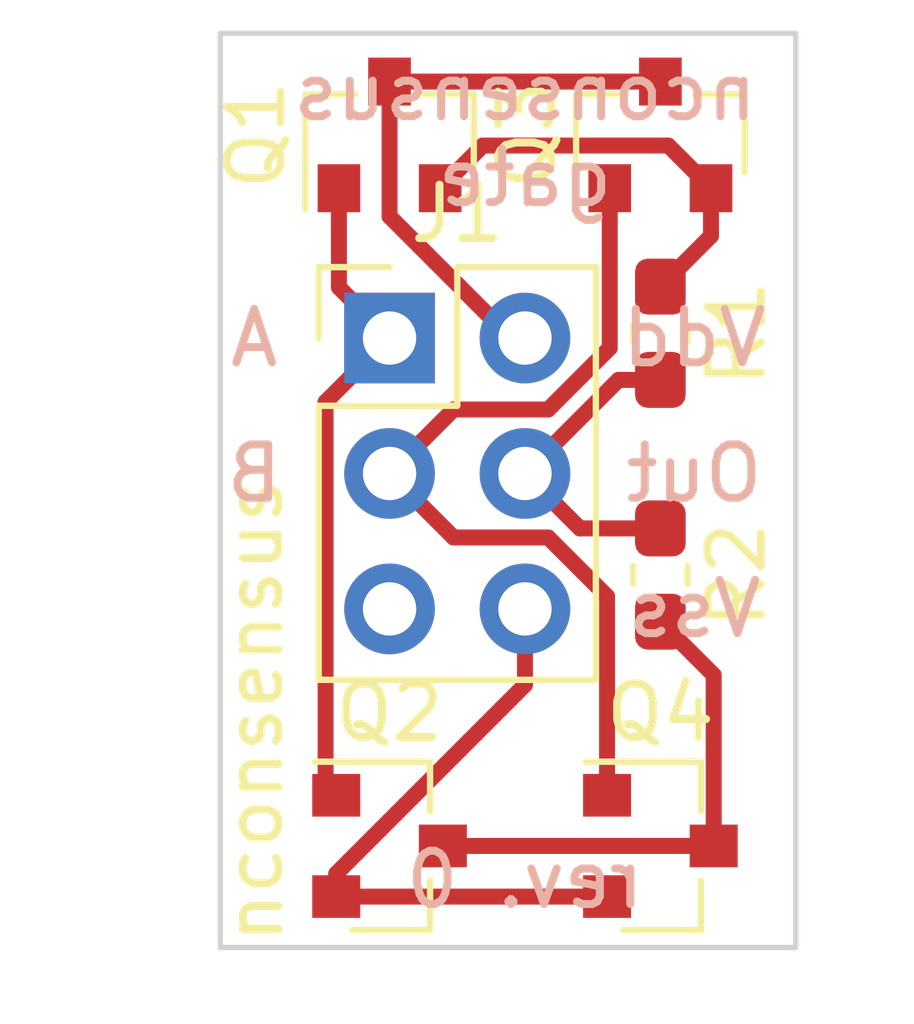
<source format=kicad_pcb>
(kicad_pcb (version 20171130) (host pcbnew 5.1.6)

  (general
    (thickness 1.6)
    (drawings 12)
    (tracks 33)
    (zones 0)
    (modules 7)
    (nets 9)
  )

  (page A4)
  (layers
    (0 F.Cu signal)
    (31 B.Cu signal)
    (32 B.Adhes user)
    (33 F.Adhes user)
    (34 B.Paste user)
    (35 F.Paste user)
    (36 B.SilkS user)
    (37 F.SilkS user)
    (38 B.Mask user)
    (39 F.Mask user)
    (40 Dwgs.User user)
    (41 Cmts.User user)
    (42 Eco1.User user)
    (43 Eco2.User user)
    (44 Edge.Cuts user)
    (45 Margin user)
    (46 B.CrtYd user)
    (47 F.CrtYd user)
    (48 B.Fab user)
    (49 F.Fab user)
  )

  (setup
    (last_trace_width 0.25)
    (user_trace_width 0.3)
    (trace_clearance 0.2)
    (zone_clearance 0.508)
    (zone_45_only no)
    (trace_min 0.2)
    (via_size 0.8)
    (via_drill 0.4)
    (via_min_size 0.4)
    (via_min_drill 0.3)
    (uvia_size 0.3)
    (uvia_drill 0.1)
    (uvias_allowed no)
    (uvia_min_size 0.2)
    (uvia_min_drill 0.1)
    (edge_width 0.05)
    (segment_width 0.2)
    (pcb_text_width 0.3)
    (pcb_text_size 1.5 1.5)
    (mod_edge_width 0.12)
    (mod_text_size 1 1)
    (mod_text_width 0.15)
    (pad_size 1.524 1.524)
    (pad_drill 0.762)
    (pad_to_mask_clearance 0.05)
    (aux_axis_origin 0 0)
    (visible_elements FFFFFF7F)
    (pcbplotparams
      (layerselection 0x010fc_ffffffff)
      (usegerberextensions false)
      (usegerberattributes true)
      (usegerberadvancedattributes true)
      (creategerberjobfile true)
      (excludeedgelayer true)
      (linewidth 0.100000)
      (plotframeref false)
      (viasonmask false)
      (mode 1)
      (useauxorigin false)
      (hpglpennumber 1)
      (hpglpenspeed 20)
      (hpglpendiameter 15.000000)
      (psnegative false)
      (psa4output false)
      (plotreference true)
      (plotvalue true)
      (plotinvisibletext false)
      (padsonsilk false)
      (subtractmaskfromsilk false)
      (outputformat 1)
      (mirror false)
      (drillshape 0)
      (scaleselection 1)
      (outputdirectory ""))
  )

  (net 0 "")
  (net 1 Vdd)
  (net 2 "Net-(Q1-Pad2)")
  (net 3 A)
  (net 4 "Net-(Q2-Pad3)")
  (net 5 Vss)
  (net 6 B)
  (net 7 Out)
  (net 8 "Net-(J1-Pad5)")

  (net_class Default "This is the default net class."
    (clearance 0.2)
    (trace_width 0.25)
    (via_dia 0.8)
    (via_drill 0.4)
    (uvia_dia 0.3)
    (uvia_drill 0.1)
    (add_net A)
    (add_net B)
    (add_net "Net-(J1-Pad5)")
    (add_net "Net-(Q1-Pad2)")
    (add_net "Net-(Q2-Pad3)")
    (add_net Out)
    (add_net Vdd)
    (add_net Vss)
  )

  (module Resistor_SMD:R_0603_1608Metric_Pad1.05x0.95mm_HandSolder (layer F.Cu) (tedit 5B301BBD) (tstamp 5FDEFBFB)
    (at 94.615 57.785 270)
    (descr "Resistor SMD 0603 (1608 Metric), square (rectangular) end terminal, IPC_7351 nominal with elongated pad for handsoldering. (Body size source: http://www.tortai-tech.com/upload/download/2011102023233369053.pdf), generated with kicad-footprint-generator")
    (tags "resistor handsolder")
    (path /5FE5A9BB)
    (attr smd)
    (fp_text reference R2 (at 0 -1.43 90) (layer F.SilkS)
      (effects (font (size 1 1) (thickness 0.15)))
    )
    (fp_text value 12k (at 0 1.43 90) (layer F.Fab)
      (effects (font (size 1 1) (thickness 0.15)))
    )
    (fp_line (start 1.65 0.73) (end -1.65 0.73) (layer F.CrtYd) (width 0.05))
    (fp_line (start 1.65 -0.73) (end 1.65 0.73) (layer F.CrtYd) (width 0.05))
    (fp_line (start -1.65 -0.73) (end 1.65 -0.73) (layer F.CrtYd) (width 0.05))
    (fp_line (start -1.65 0.73) (end -1.65 -0.73) (layer F.CrtYd) (width 0.05))
    (fp_line (start -0.171267 0.51) (end 0.171267 0.51) (layer F.SilkS) (width 0.12))
    (fp_line (start -0.171267 -0.51) (end 0.171267 -0.51) (layer F.SilkS) (width 0.12))
    (fp_line (start 0.8 0.4) (end -0.8 0.4) (layer F.Fab) (width 0.1))
    (fp_line (start 0.8 -0.4) (end 0.8 0.4) (layer F.Fab) (width 0.1))
    (fp_line (start -0.8 -0.4) (end 0.8 -0.4) (layer F.Fab) (width 0.1))
    (fp_line (start -0.8 0.4) (end -0.8 -0.4) (layer F.Fab) (width 0.1))
    (fp_text user %R (at 0 0 90) (layer F.Fab)
      (effects (font (size 0.4 0.4) (thickness 0.06)))
    )
    (pad 2 smd roundrect (at 0.875 0 270) (size 1.05 0.95) (layers F.Cu F.Paste F.Mask) (roundrect_rratio 0.25)
      (net 4 "Net-(Q2-Pad3)"))
    (pad 1 smd roundrect (at -0.875 0 270) (size 1.05 0.95) (layers F.Cu F.Paste F.Mask) (roundrect_rratio 0.25)
      (net 7 Out))
    (model ${KISYS3DMOD}/Resistor_SMD.3dshapes/R_0603_1608Metric.wrl
      (at (xyz 0 0 0))
      (scale (xyz 1 1 1))
      (rotate (xyz 0 0 0))
    )
  )

  (module Resistor_SMD:R_0603_1608Metric_Pad1.05x0.95mm_HandSolder (layer F.Cu) (tedit 5B301BBD) (tstamp 5FDEFBEA)
    (at 94.615 53.25 270)
    (descr "Resistor SMD 0603 (1608 Metric), square (rectangular) end terminal, IPC_7351 nominal with elongated pad for handsoldering. (Body size source: http://www.tortai-tech.com/upload/download/2011102023233369053.pdf), generated with kicad-footprint-generator")
    (tags "resistor handsolder")
    (path /5FE48DC7)
    (attr smd)
    (fp_text reference R1 (at 0 -1.43 90) (layer F.SilkS)
      (effects (font (size 1 1) (thickness 0.15)))
    )
    (fp_text value 12k (at 0 1.43 90) (layer F.Fab)
      (effects (font (size 1 1) (thickness 0.15)))
    )
    (fp_line (start 1.65 0.73) (end -1.65 0.73) (layer F.CrtYd) (width 0.05))
    (fp_line (start 1.65 -0.73) (end 1.65 0.73) (layer F.CrtYd) (width 0.05))
    (fp_line (start -1.65 -0.73) (end 1.65 -0.73) (layer F.CrtYd) (width 0.05))
    (fp_line (start -1.65 0.73) (end -1.65 -0.73) (layer F.CrtYd) (width 0.05))
    (fp_line (start -0.171267 0.51) (end 0.171267 0.51) (layer F.SilkS) (width 0.12))
    (fp_line (start -0.171267 -0.51) (end 0.171267 -0.51) (layer F.SilkS) (width 0.12))
    (fp_line (start 0.8 0.4) (end -0.8 0.4) (layer F.Fab) (width 0.1))
    (fp_line (start 0.8 -0.4) (end 0.8 0.4) (layer F.Fab) (width 0.1))
    (fp_line (start -0.8 -0.4) (end 0.8 -0.4) (layer F.Fab) (width 0.1))
    (fp_line (start -0.8 0.4) (end -0.8 -0.4) (layer F.Fab) (width 0.1))
    (fp_text user %R (at 0 0 90) (layer F.Fab)
      (effects (font (size 0.4 0.4) (thickness 0.06)))
    )
    (pad 2 smd roundrect (at 0.875 0 270) (size 1.05 0.95) (layers F.Cu F.Paste F.Mask) (roundrect_rratio 0.25)
      (net 7 Out))
    (pad 1 smd roundrect (at -0.875 0 270) (size 1.05 0.95) (layers F.Cu F.Paste F.Mask) (roundrect_rratio 0.25)
      (net 2 "Net-(Q1-Pad2)"))
    (model ${KISYS3DMOD}/Resistor_SMD.3dshapes/R_0603_1608Metric.wrl
      (at (xyz 0 0 0))
      (scale (xyz 1 1 1))
      (rotate (xyz 0 0 0))
    )
  )

  (module Package_TO_SOT_SMD:SOT-23 (layer F.Cu) (tedit 5A02FF57) (tstamp 5FDEFBD9)
    (at 94.615 62.865)
    (descr "SOT-23, Standard")
    (tags SOT-23)
    (path /5FE4277C)
    (attr smd)
    (fp_text reference Q4 (at 0 -2.5) (layer F.SilkS)
      (effects (font (size 1 1) (thickness 0.15)))
    )
    (fp_text value 2N7002 (at 0 2.5) (layer F.Fab)
      (effects (font (size 1 1) (thickness 0.15)))
    )
    (fp_line (start 0.76 1.58) (end -0.7 1.58) (layer F.SilkS) (width 0.12))
    (fp_line (start 0.76 -1.58) (end -1.4 -1.58) (layer F.SilkS) (width 0.12))
    (fp_line (start -1.7 1.75) (end -1.7 -1.75) (layer F.CrtYd) (width 0.05))
    (fp_line (start 1.7 1.75) (end -1.7 1.75) (layer F.CrtYd) (width 0.05))
    (fp_line (start 1.7 -1.75) (end 1.7 1.75) (layer F.CrtYd) (width 0.05))
    (fp_line (start -1.7 -1.75) (end 1.7 -1.75) (layer F.CrtYd) (width 0.05))
    (fp_line (start 0.76 -1.58) (end 0.76 -0.65) (layer F.SilkS) (width 0.12))
    (fp_line (start 0.76 1.58) (end 0.76 0.65) (layer F.SilkS) (width 0.12))
    (fp_line (start -0.7 1.52) (end 0.7 1.52) (layer F.Fab) (width 0.1))
    (fp_line (start 0.7 -1.52) (end 0.7 1.52) (layer F.Fab) (width 0.1))
    (fp_line (start -0.7 -0.95) (end -0.15 -1.52) (layer F.Fab) (width 0.1))
    (fp_line (start -0.15 -1.52) (end 0.7 -1.52) (layer F.Fab) (width 0.1))
    (fp_line (start -0.7 -0.95) (end -0.7 1.5) (layer F.Fab) (width 0.1))
    (fp_text user %R (at 0 0 90) (layer F.Fab)
      (effects (font (size 0.5 0.5) (thickness 0.075)))
    )
    (pad 3 smd rect (at 1 0) (size 0.9 0.8) (layers F.Cu F.Paste F.Mask)
      (net 4 "Net-(Q2-Pad3)"))
    (pad 2 smd rect (at -1 0.95) (size 0.9 0.8) (layers F.Cu F.Paste F.Mask)
      (net 5 Vss))
    (pad 1 smd rect (at -1 -0.95) (size 0.9 0.8) (layers F.Cu F.Paste F.Mask)
      (net 6 B))
    (model ${KISYS3DMOD}/Package_TO_SOT_SMD.3dshapes/SOT-23.wrl
      (at (xyz 0 0 0))
      (scale (xyz 1 1 1))
      (rotate (xyz 0 0 0))
    )
  )

  (module Package_TO_SOT_SMD:SOT-23 (layer F.Cu) (tedit 5A02FF57) (tstamp 5FDEFBC4)
    (at 94.615 49.53 90)
    (descr "SOT-23, Standard")
    (tags SOT-23)
    (path /5FE3DA6F)
    (attr smd)
    (fp_text reference Q3 (at 0 -2.5 90) (layer F.SilkS)
      (effects (font (size 1 1) (thickness 0.15)))
    )
    (fp_text value BSS84 (at 0 2.5 90) (layer F.Fab)
      (effects (font (size 1 1) (thickness 0.15)))
    )
    (fp_line (start 0.76 1.58) (end -0.7 1.58) (layer F.SilkS) (width 0.12))
    (fp_line (start 0.76 -1.58) (end -1.4 -1.58) (layer F.SilkS) (width 0.12))
    (fp_line (start -1.7 1.75) (end -1.7 -1.75) (layer F.CrtYd) (width 0.05))
    (fp_line (start 1.7 1.75) (end -1.7 1.75) (layer F.CrtYd) (width 0.05))
    (fp_line (start 1.7 -1.75) (end 1.7 1.75) (layer F.CrtYd) (width 0.05))
    (fp_line (start -1.7 -1.75) (end 1.7 -1.75) (layer F.CrtYd) (width 0.05))
    (fp_line (start 0.76 -1.58) (end 0.76 -0.65) (layer F.SilkS) (width 0.12))
    (fp_line (start 0.76 1.58) (end 0.76 0.65) (layer F.SilkS) (width 0.12))
    (fp_line (start -0.7 1.52) (end 0.7 1.52) (layer F.Fab) (width 0.1))
    (fp_line (start 0.7 -1.52) (end 0.7 1.52) (layer F.Fab) (width 0.1))
    (fp_line (start -0.7 -0.95) (end -0.15 -1.52) (layer F.Fab) (width 0.1))
    (fp_line (start -0.15 -1.52) (end 0.7 -1.52) (layer F.Fab) (width 0.1))
    (fp_line (start -0.7 -0.95) (end -0.7 1.5) (layer F.Fab) (width 0.1))
    (fp_text user %R (at 0 0) (layer F.Fab)
      (effects (font (size 0.5 0.5) (thickness 0.075)))
    )
    (pad 3 smd rect (at 1 0 90) (size 0.9 0.8) (layers F.Cu F.Paste F.Mask)
      (net 1 Vdd))
    (pad 2 smd rect (at -1 0.95 90) (size 0.9 0.8) (layers F.Cu F.Paste F.Mask)
      (net 2 "Net-(Q1-Pad2)"))
    (pad 1 smd rect (at -1 -0.95 90) (size 0.9 0.8) (layers F.Cu F.Paste F.Mask)
      (net 6 B))
    (model ${KISYS3DMOD}/Package_TO_SOT_SMD.3dshapes/SOT-23.wrl
      (at (xyz 0 0 0))
      (scale (xyz 1 1 1))
      (rotate (xyz 0 0 0))
    )
  )

  (module Package_TO_SOT_SMD:SOT-23 (layer F.Cu) (tedit 5A02FF57) (tstamp 5FDEFBAF)
    (at 89.535 62.865)
    (descr "SOT-23, Standard")
    (tags SOT-23)
    (path /5FE3F391)
    (attr smd)
    (fp_text reference Q2 (at 0 -2.5) (layer F.SilkS)
      (effects (font (size 1 1) (thickness 0.15)))
    )
    (fp_text value 2N7002 (at 0 2.5) (layer F.Fab)
      (effects (font (size 1 1) (thickness 0.15)))
    )
    (fp_line (start 0.76 1.58) (end -0.7 1.58) (layer F.SilkS) (width 0.12))
    (fp_line (start 0.76 -1.58) (end -1.4 -1.58) (layer F.SilkS) (width 0.12))
    (fp_line (start -1.7 1.75) (end -1.7 -1.75) (layer F.CrtYd) (width 0.05))
    (fp_line (start 1.7 1.75) (end -1.7 1.75) (layer F.CrtYd) (width 0.05))
    (fp_line (start 1.7 -1.75) (end 1.7 1.75) (layer F.CrtYd) (width 0.05))
    (fp_line (start -1.7 -1.75) (end 1.7 -1.75) (layer F.CrtYd) (width 0.05))
    (fp_line (start 0.76 -1.58) (end 0.76 -0.65) (layer F.SilkS) (width 0.12))
    (fp_line (start 0.76 1.58) (end 0.76 0.65) (layer F.SilkS) (width 0.12))
    (fp_line (start -0.7 1.52) (end 0.7 1.52) (layer F.Fab) (width 0.1))
    (fp_line (start 0.7 -1.52) (end 0.7 1.52) (layer F.Fab) (width 0.1))
    (fp_line (start -0.7 -0.95) (end -0.15 -1.52) (layer F.Fab) (width 0.1))
    (fp_line (start -0.15 -1.52) (end 0.7 -1.52) (layer F.Fab) (width 0.1))
    (fp_line (start -0.7 -0.95) (end -0.7 1.5) (layer F.Fab) (width 0.1))
    (fp_text user %R (at 0 0 90) (layer F.Fab)
      (effects (font (size 0.5 0.5) (thickness 0.075)))
    )
    (pad 3 smd rect (at 1 0) (size 0.9 0.8) (layers F.Cu F.Paste F.Mask)
      (net 4 "Net-(Q2-Pad3)"))
    (pad 2 smd rect (at -1 0.95) (size 0.9 0.8) (layers F.Cu F.Paste F.Mask)
      (net 5 Vss))
    (pad 1 smd rect (at -1 -0.95) (size 0.9 0.8) (layers F.Cu F.Paste F.Mask)
      (net 3 A))
    (model ${KISYS3DMOD}/Package_TO_SOT_SMD.3dshapes/SOT-23.wrl
      (at (xyz 0 0 0))
      (scale (xyz 1 1 1))
      (rotate (xyz 0 0 0))
    )
  )

  (module Package_TO_SOT_SMD:SOT-23 (layer F.Cu) (tedit 5A02FF57) (tstamp 5FDEFB9A)
    (at 89.535 49.53 90)
    (descr "SOT-23, Standard")
    (tags SOT-23)
    (path /5FE3D154)
    (attr smd)
    (fp_text reference Q1 (at 0 -2.5 90) (layer F.SilkS)
      (effects (font (size 1 1) (thickness 0.15)))
    )
    (fp_text value BSS84 (at 0 2.5 90) (layer F.Fab)
      (effects (font (size 1 1) (thickness 0.15)))
    )
    (fp_line (start 0.76 1.58) (end -0.7 1.58) (layer F.SilkS) (width 0.12))
    (fp_line (start 0.76 -1.58) (end -1.4 -1.58) (layer F.SilkS) (width 0.12))
    (fp_line (start -1.7 1.75) (end -1.7 -1.75) (layer F.CrtYd) (width 0.05))
    (fp_line (start 1.7 1.75) (end -1.7 1.75) (layer F.CrtYd) (width 0.05))
    (fp_line (start 1.7 -1.75) (end 1.7 1.75) (layer F.CrtYd) (width 0.05))
    (fp_line (start -1.7 -1.75) (end 1.7 -1.75) (layer F.CrtYd) (width 0.05))
    (fp_line (start 0.76 -1.58) (end 0.76 -0.65) (layer F.SilkS) (width 0.12))
    (fp_line (start 0.76 1.58) (end 0.76 0.65) (layer F.SilkS) (width 0.12))
    (fp_line (start -0.7 1.52) (end 0.7 1.52) (layer F.Fab) (width 0.1))
    (fp_line (start 0.7 -1.52) (end 0.7 1.52) (layer F.Fab) (width 0.1))
    (fp_line (start -0.7 -0.95) (end -0.15 -1.52) (layer F.Fab) (width 0.1))
    (fp_line (start -0.15 -1.52) (end 0.7 -1.52) (layer F.Fab) (width 0.1))
    (fp_line (start -0.7 -0.95) (end -0.7 1.5) (layer F.Fab) (width 0.1))
    (fp_text user %R (at 0 0) (layer F.Fab)
      (effects (font (size 0.5 0.5) (thickness 0.075)))
    )
    (pad 3 smd rect (at 1 0 90) (size 0.9 0.8) (layers F.Cu F.Paste F.Mask)
      (net 1 Vdd))
    (pad 2 smd rect (at -1 0.95 90) (size 0.9 0.8) (layers F.Cu F.Paste F.Mask)
      (net 2 "Net-(Q1-Pad2)"))
    (pad 1 smd rect (at -1 -0.95 90) (size 0.9 0.8) (layers F.Cu F.Paste F.Mask)
      (net 3 A))
    (model ${KISYS3DMOD}/Package_TO_SOT_SMD.3dshapes/SOT-23.wrl
      (at (xyz 0 0 0))
      (scale (xyz 1 1 1))
      (rotate (xyz 0 0 0))
    )
  )

  (module Connector_PinHeader_2.54mm:PinHeader_2x03_P2.54mm_Vertical (layer F.Cu) (tedit 59FED5CC) (tstamp 5FDEFB85)
    (at 89.535 53.34)
    (descr "Through hole straight pin header, 2x03, 2.54mm pitch, double rows")
    (tags "Through hole pin header THT 2x03 2.54mm double row")
    (path /5FE5FBD7)
    (fp_text reference J1 (at 1.27 -2.33) (layer F.SilkS)
      (effects (font (size 1 1) (thickness 0.15)))
    )
    (fp_text value Conn_02x03_Odd_Even (at 1.27 7.41) (layer F.Fab)
      (effects (font (size 1 1) (thickness 0.15)))
    )
    (fp_line (start 4.35 -1.8) (end -1.8 -1.8) (layer F.CrtYd) (width 0.05))
    (fp_line (start 4.35 6.85) (end 4.35 -1.8) (layer F.CrtYd) (width 0.05))
    (fp_line (start -1.8 6.85) (end 4.35 6.85) (layer F.CrtYd) (width 0.05))
    (fp_line (start -1.8 -1.8) (end -1.8 6.85) (layer F.CrtYd) (width 0.05))
    (fp_line (start -1.33 -1.33) (end 0 -1.33) (layer F.SilkS) (width 0.12))
    (fp_line (start -1.33 0) (end -1.33 -1.33) (layer F.SilkS) (width 0.12))
    (fp_line (start 1.27 -1.33) (end 3.87 -1.33) (layer F.SilkS) (width 0.12))
    (fp_line (start 1.27 1.27) (end 1.27 -1.33) (layer F.SilkS) (width 0.12))
    (fp_line (start -1.33 1.27) (end 1.27 1.27) (layer F.SilkS) (width 0.12))
    (fp_line (start 3.87 -1.33) (end 3.87 6.41) (layer F.SilkS) (width 0.12))
    (fp_line (start -1.33 1.27) (end -1.33 6.41) (layer F.SilkS) (width 0.12))
    (fp_line (start -1.33 6.41) (end 3.87 6.41) (layer F.SilkS) (width 0.12))
    (fp_line (start -1.27 0) (end 0 -1.27) (layer F.Fab) (width 0.1))
    (fp_line (start -1.27 6.35) (end -1.27 0) (layer F.Fab) (width 0.1))
    (fp_line (start 3.81 6.35) (end -1.27 6.35) (layer F.Fab) (width 0.1))
    (fp_line (start 3.81 -1.27) (end 3.81 6.35) (layer F.Fab) (width 0.1))
    (fp_line (start 0 -1.27) (end 3.81 -1.27) (layer F.Fab) (width 0.1))
    (fp_text user %R (at 1.27 2.54 90) (layer F.Fab)
      (effects (font (size 1 1) (thickness 0.15)))
    )
    (pad 6 thru_hole oval (at 2.54 5.08) (size 1.7 1.7) (drill 1) (layers *.Cu *.Mask)
      (net 5 Vss))
    (pad 5 thru_hole oval (at 0 5.08) (size 1.7 1.7) (drill 1) (layers *.Cu *.Mask)
      (net 8 "Net-(J1-Pad5)"))
    (pad 4 thru_hole oval (at 2.54 2.54) (size 1.7 1.7) (drill 1) (layers *.Cu *.Mask)
      (net 7 Out))
    (pad 3 thru_hole oval (at 0 2.54) (size 1.7 1.7) (drill 1) (layers *.Cu *.Mask)
      (net 6 B))
    (pad 2 thru_hole oval (at 2.54 0) (size 1.7 1.7) (drill 1) (layers *.Cu *.Mask)
      (net 1 Vdd))
    (pad 1 thru_hole rect (at 0 0) (size 1.7 1.7) (drill 1) (layers *.Cu *.Mask)
      (net 3 A))
    (model ${KISYS3DMOD}/Connector_PinHeader_2.54mm.3dshapes/PinHeader_2x03_P2.54mm_Vertical.wrl
      (at (xyz 0 0 0))
      (scale (xyz 1 1 1))
      (rotate (xyz 0 0 0))
    )
  )

  (gr_text "rev. 0" (at 92.075 63.5) (layer B.SilkS)
    (effects (font (size 1 1) (thickness 0.15)) (justify mirror))
  )
  (gr_text "nconsensus\ngate" (at 92.075 49.53) (layer B.SilkS)
    (effects (font (size 1 1) (thickness 0.15)) (justify mirror))
  )
  (gr_text Vss (at 95.25 58.42) (layer B.SilkS)
    (effects (font (size 1 1) (thickness 0.15)) (justify mirror))
  )
  (gr_text Out (at 95.25 55.88) (layer B.SilkS)
    (effects (font (size 1 1) (thickness 0.15)) (justify mirror))
  )
  (gr_text Vdd (at 95.25 53.34) (layer B.SilkS)
    (effects (font (size 1 1) (thickness 0.15)) (justify mirror))
  )
  (gr_text B (at 86.995 55.88) (layer B.SilkS)
    (effects (font (size 1 1) (thickness 0.15)) (justify mirror))
  )
  (gr_text A (at 86.995 53.34) (layer B.SilkS)
    (effects (font (size 1 1) (thickness 0.15)) (justify mirror))
  )
  (gr_line (start 97.155 47.625) (end 97.155 64.77) (layer Edge.Cuts) (width 0.1))
  (gr_line (start 86.36 47.625) (end 97.155 47.625) (layer Edge.Cuts) (width 0.1))
  (gr_line (start 86.36 64.77) (end 86.36 47.625) (layer Edge.Cuts) (width 0.1))
  (gr_line (start 97.155 64.77) (end 86.36 64.77) (layer Edge.Cuts) (width 0.1))
  (gr_text "nconsensus\n" (at 86.995 60.325 90) (layer F.SilkS)
    (effects (font (size 1 1) (thickness 0.15)))
  )

  (segment (start 94.615 48.53) (end 89.535 48.53) (width 0.3) (layer F.Cu) (net 1))
  (segment (start 91.814998 53.34) (end 92.075 53.34) (width 0.3) (layer F.Cu) (net 1))
  (segment (start 89.535 51.060002) (end 91.814998 53.34) (width 0.3) (layer F.Cu) (net 1))
  (segment (start 89.535 48.53) (end 89.535 51.060002) (width 0.3) (layer F.Cu) (net 1))
  (segment (start 94.764999 49.729999) (end 95.565 50.53) (width 0.3) (layer F.Cu) (net 2))
  (segment (start 91.285001 49.729999) (end 94.764999 49.729999) (width 0.3) (layer F.Cu) (net 2))
  (segment (start 90.485 50.53) (end 91.285001 49.729999) (width 0.3) (layer F.Cu) (net 2))
  (segment (start 95.565 51.425) (end 94.615 52.375) (width 0.3) (layer F.Cu) (net 2))
  (segment (start 95.565 50.53) (end 95.565 51.425) (width 0.3) (layer F.Cu) (net 2))
  (segment (start 88.585 52.39) (end 89.535 53.34) (width 0.3) (layer F.Cu) (net 3))
  (segment (start 88.585 50.53) (end 88.585 52.39) (width 0.3) (layer F.Cu) (net 3))
  (segment (start 88.334999 54.540001) (end 89.535 53.34) (width 0.3) (layer F.Cu) (net 3))
  (segment (start 88.334999 61.714999) (end 88.334999 54.540001) (width 0.3) (layer F.Cu) (net 3))
  (segment (start 88.535 61.915) (end 88.334999 61.714999) (width 0.3) (layer F.Cu) (net 3))
  (segment (start 95.615 62.865) (end 90.535 62.865) (width 0.3) (layer F.Cu) (net 4))
  (segment (start 95.615 59.66) (end 94.615 58.66) (width 0.3) (layer F.Cu) (net 4))
  (segment (start 95.615 62.865) (end 95.615 59.66) (width 0.3) (layer F.Cu) (net 4))
  (segment (start 93.615 63.815) (end 88.535 63.815) (width 0.3) (layer F.Cu) (net 5))
  (segment (start 92.075 59.844998) (end 92.075 58.42) (width 0.3) (layer F.Cu) (net 5))
  (segment (start 88.535 63.384998) (end 92.075 59.844998) (width 0.3) (layer F.Cu) (net 5))
  (segment (start 88.535 63.815) (end 88.535 63.384998) (width 0.3) (layer F.Cu) (net 5))
  (segment (start 92.511003 57.080001) (end 90.735001 57.080001) (width 0.3) (layer F.Cu) (net 6))
  (segment (start 93.615 58.183998) (end 92.511003 57.080001) (width 0.3) (layer F.Cu) (net 6))
  (segment (start 90.735001 57.080001) (end 89.535 55.88) (width 0.3) (layer F.Cu) (net 6))
  (segment (start 93.615 61.915) (end 93.615 58.183998) (width 0.3) (layer F.Cu) (net 6))
  (segment (start 90.735001 54.679999) (end 89.535 55.88) (width 0.3) (layer F.Cu) (net 6))
  (segment (start 92.511003 54.679999) (end 90.735001 54.679999) (width 0.3) (layer F.Cu) (net 6))
  (segment (start 93.665 53.526002) (end 92.511003 54.679999) (width 0.3) (layer F.Cu) (net 6))
  (segment (start 93.665 50.53) (end 93.665 53.526002) (width 0.3) (layer F.Cu) (net 6))
  (segment (start 93.83 54.125) (end 92.075 55.88) (width 0.3) (layer F.Cu) (net 7))
  (segment (start 94.615 54.125) (end 93.83 54.125) (width 0.3) (layer F.Cu) (net 7))
  (segment (start 93.105 56.91) (end 92.075 55.88) (width 0.3) (layer F.Cu) (net 7))
  (segment (start 94.615 56.91) (end 93.105 56.91) (width 0.3) (layer F.Cu) (net 7))

)

</source>
